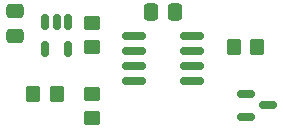
<source format=gbr>
%TF.GenerationSoftware,KiCad,Pcbnew,7.0.2*%
%TF.CreationDate,2023-05-18T15:11:26-04:00*%
%TF.ProjectId,smartpir,736d6172-7470-4697-922e-6b696361645f,rev?*%
%TF.SameCoordinates,Original*%
%TF.FileFunction,Paste,Top*%
%TF.FilePolarity,Positive*%
%FSLAX46Y46*%
G04 Gerber Fmt 4.6, Leading zero omitted, Abs format (unit mm)*
G04 Created by KiCad (PCBNEW 7.0.2) date 2023-05-18 15:11:26*
%MOMM*%
%LPD*%
G01*
G04 APERTURE LIST*
G04 Aperture macros list*
%AMRoundRect*
0 Rectangle with rounded corners*
0 $1 Rounding radius*
0 $2 $3 $4 $5 $6 $7 $8 $9 X,Y pos of 4 corners*
0 Add a 4 corners polygon primitive as box body*
4,1,4,$2,$3,$4,$5,$6,$7,$8,$9,$2,$3,0*
0 Add four circle primitives for the rounded corners*
1,1,$1+$1,$2,$3*
1,1,$1+$1,$4,$5*
1,1,$1+$1,$6,$7*
1,1,$1+$1,$8,$9*
0 Add four rect primitives between the rounded corners*
20,1,$1+$1,$2,$3,$4,$5,0*
20,1,$1+$1,$4,$5,$6,$7,0*
20,1,$1+$1,$6,$7,$8,$9,0*
20,1,$1+$1,$8,$9,$2,$3,0*%
G04 Aperture macros list end*
%ADD10RoundRect,0.250000X0.475000X-0.337500X0.475000X0.337500X-0.475000X0.337500X-0.475000X-0.337500X0*%
%ADD11RoundRect,0.250000X0.350000X0.450000X-0.350000X0.450000X-0.350000X-0.450000X0.350000X-0.450000X0*%
%ADD12RoundRect,0.150000X-0.825000X-0.150000X0.825000X-0.150000X0.825000X0.150000X-0.825000X0.150000X0*%
%ADD13RoundRect,0.150000X-0.150000X0.512500X-0.150000X-0.512500X0.150000X-0.512500X0.150000X0.512500X0*%
%ADD14RoundRect,0.250000X-0.450000X0.350000X-0.450000X-0.350000X0.450000X-0.350000X0.450000X0.350000X0*%
%ADD15RoundRect,0.250000X-0.350000X-0.450000X0.350000X-0.450000X0.350000X0.450000X-0.350000X0.450000X0*%
%ADD16RoundRect,0.150000X-0.587500X-0.150000X0.587500X-0.150000X0.587500X0.150000X-0.587500X0.150000X0*%
%ADD17RoundRect,0.250000X-0.337500X-0.475000X0.337500X-0.475000X0.337500X0.475000X-0.337500X0.475000X0*%
G04 APERTURE END LIST*
D10*
%TO.C,C1*%
X104500000Y-102962500D03*
X104500000Y-105037500D03*
%TD*%
D11*
%TO.C,R4*%
X125000000Y-106000000D03*
X123000000Y-106000000D03*
%TD*%
D12*
%TO.C,U1*%
X114525000Y-105095000D03*
X114525000Y-106365000D03*
X114525000Y-107635000D03*
X114525000Y-108905000D03*
X119475000Y-108905000D03*
X119475000Y-107635000D03*
X119475000Y-106365000D03*
X119475000Y-105095000D03*
%TD*%
D13*
%TO.C,U2*%
X108950000Y-103862500D03*
X108000000Y-103862500D03*
X107050000Y-103862500D03*
X107050000Y-106137500D03*
X108950000Y-106137500D03*
%TD*%
D14*
%TO.C,R2*%
X111000000Y-110000000D03*
X111000000Y-112000000D03*
%TD*%
D15*
%TO.C,R1*%
X106000000Y-110000000D03*
X108000000Y-110000000D03*
%TD*%
D16*
%TO.C,Q1*%
X124000000Y-110000000D03*
X124000000Y-111900000D03*
X125875000Y-110950000D03*
%TD*%
D14*
%TO.C,R5*%
X111000000Y-104000000D03*
X111000000Y-106000000D03*
%TD*%
D17*
%TO.C,C2*%
X115962500Y-103000000D03*
X118037500Y-103000000D03*
%TD*%
M02*

</source>
